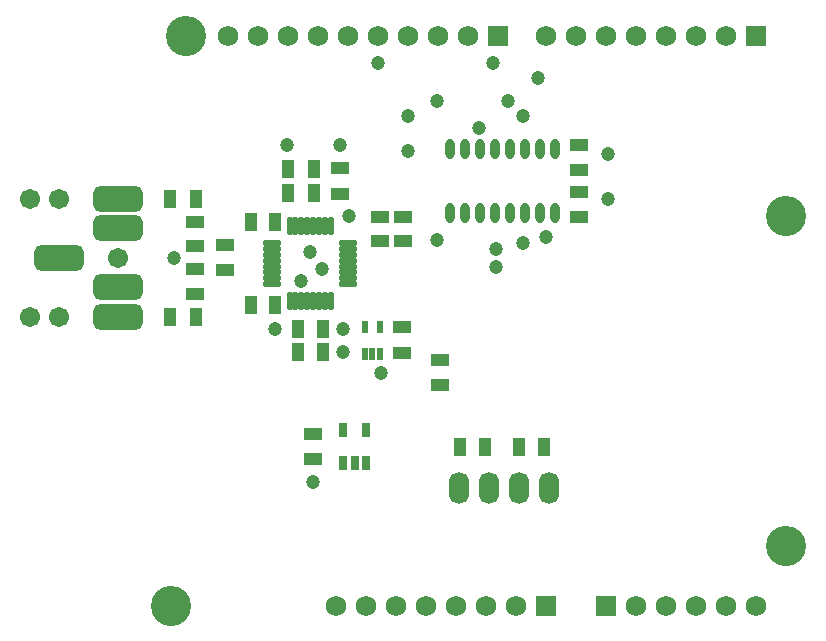
<source format=gts>
%FSLAX25Y25*%
%MOIN*%
G70*
G01*
G75*
G04 Layer_Color=8388736*
%ADD10R,0.05512X0.03543*%
%ADD11R,0.03543X0.05512*%
%ADD12O,0.05512X0.01181*%
%ADD13O,0.01181X0.05512*%
%ADD14O,0.02362X0.05906*%
%ADD15R,0.02362X0.03937*%
%ADD16R,0.01575X0.03347*%
%ADD17R,0.03150X0.05512*%
%ADD18R,0.05512X0.03150*%
%ADD19C,0.01000*%
%ADD20C,0.02000*%
%ADD21C,0.02500*%
%ADD22C,0.03937*%
%ADD23C,0.12598*%
%ADD24R,0.06000X0.06000*%
%ADD25C,0.06000*%
%ADD26O,0.05906X0.09843*%
G04:AMPARAMS|DCode=27|XSize=157.48mil|YSize=78.74mil|CornerRadius=19.69mil|HoleSize=0mil|Usage=FLASHONLY|Rotation=0.000|XOffset=0mil|YOffset=0mil|HoleType=Round|Shape=RoundedRectangle|*
%AMROUNDEDRECTD27*
21,1,0.15748,0.03937,0,0,0.0*
21,1,0.11811,0.07874,0,0,0.0*
1,1,0.03937,0.05906,-0.01969*
1,1,0.03937,-0.05906,-0.01969*
1,1,0.03937,-0.05906,0.01969*
1,1,0.03937,0.05906,0.01969*
%
%ADD27ROUNDEDRECTD27*%
%ADD28C,0.05906*%
%ADD29C,0.04000*%
%ADD30C,0.00984*%
%ADD31C,0.02362*%
%ADD32C,0.01969*%
%ADD33C,0.00787*%
%ADD34C,0.00600*%
%ADD35C,0.00500*%
%ADD36R,0.06312X0.04343*%
%ADD37R,0.04343X0.06312*%
%ADD38O,0.06312X0.01981*%
%ADD39O,0.01981X0.06312*%
%ADD40O,0.03162X0.06706*%
%ADD41R,0.03162X0.04737*%
%ADD42R,0.02375X0.04147*%
%ADD43R,0.03950X0.06312*%
%ADD44R,0.06312X0.03950*%
%ADD45C,0.04737*%
%ADD46C,0.13398*%
%ADD47R,0.06800X0.06800*%
%ADD48C,0.06800*%
%ADD49O,0.06706X0.10642*%
G04:AMPARAMS|DCode=50|XSize=165.48mil|YSize=86.74mil|CornerRadius=23.69mil|HoleSize=0mil|Usage=FLASHONLY|Rotation=0.000|XOffset=0mil|YOffset=0mil|HoleType=Round|Shape=RoundedRectangle|*
%AMROUNDEDRECTD50*
21,1,0.16548,0.03937,0,0,0.0*
21,1,0.11811,0.08674,0,0,0.0*
1,1,0.04737,0.05906,-0.01969*
1,1,0.04737,-0.05906,-0.01969*
1,1,0.04737,-0.05906,0.01969*
1,1,0.04737,0.05906,0.01969*
%
%ADD50ROUNDEDRECTD50*%
%ADD51C,0.06706*%
D36*
X62992Y137992D02*
D03*
Y129724D02*
D03*
Y122244D02*
D03*
Y113976D02*
D03*
X72835Y130118D02*
D03*
Y121850D02*
D03*
X132374Y131405D02*
D03*
Y139673D02*
D03*
X124500Y131405D02*
D03*
Y139673D02*
D03*
X190945Y139567D02*
D03*
Y147835D02*
D03*
Y163583D02*
D03*
Y155315D02*
D03*
X102362Y67126D02*
D03*
Y58858D02*
D03*
X144685Y83465D02*
D03*
Y91732D02*
D03*
D37*
X89764Y137795D02*
D03*
X81496D02*
D03*
Y110236D02*
D03*
X89764D02*
D03*
X97244Y102362D02*
D03*
X105512D02*
D03*
X97244Y94488D02*
D03*
X105512D02*
D03*
X171063Y62992D02*
D03*
X179331D02*
D03*
X151378D02*
D03*
X159646D02*
D03*
D38*
X88779Y130905D02*
D03*
Y128937D02*
D03*
Y126969D02*
D03*
Y125000D02*
D03*
Y123031D02*
D03*
Y121063D02*
D03*
Y119095D02*
D03*
Y117126D02*
D03*
X113976D02*
D03*
Y119095D02*
D03*
Y121063D02*
D03*
Y123031D02*
D03*
Y125000D02*
D03*
Y126969D02*
D03*
Y128937D02*
D03*
Y130905D02*
D03*
D39*
X94488Y111417D02*
D03*
X96457D02*
D03*
X98425D02*
D03*
X100394D02*
D03*
X102362D02*
D03*
X104331D02*
D03*
X106299D02*
D03*
X108268D02*
D03*
Y136614D02*
D03*
X106299D02*
D03*
X104331D02*
D03*
X102362D02*
D03*
X100394D02*
D03*
X98425D02*
D03*
X96457D02*
D03*
X94488D02*
D03*
D40*
X182854Y162205D02*
D03*
X177854D02*
D03*
X172854D02*
D03*
X167854D02*
D03*
X162854D02*
D03*
X157854D02*
D03*
X152854D02*
D03*
X147854D02*
D03*
X182854Y140945D02*
D03*
X177854D02*
D03*
X172854D02*
D03*
X167854D02*
D03*
X162854D02*
D03*
X157854D02*
D03*
X152854D02*
D03*
X147854D02*
D03*
D41*
X112402Y68405D02*
D03*
X119882D02*
D03*
Y57579D02*
D03*
X116142D02*
D03*
X112402D02*
D03*
D42*
X119488Y93996D02*
D03*
X122047D02*
D03*
X124606D02*
D03*
Y102854D02*
D03*
X119488D02*
D03*
D43*
X63386Y145669D02*
D03*
X54724D02*
D03*
X63386Y106299D02*
D03*
X54724D02*
D03*
X102756Y147638D02*
D03*
X94095D02*
D03*
X102756Y155512D02*
D03*
X94095D02*
D03*
D44*
X111221Y147244D02*
D03*
Y155905D02*
D03*
X131890Y94095D02*
D03*
Y102756D02*
D03*
D45*
X56102Y125984D02*
D03*
X125000Y87598D02*
D03*
X157480Y169291D02*
D03*
X200787Y160433D02*
D03*
X114173Y139764D02*
D03*
X177165Y185863D02*
D03*
X162402Y190945D02*
D03*
X124016D02*
D03*
X102362Y51181D02*
D03*
X143701Y178150D02*
D03*
X167323D02*
D03*
X133858Y173228D02*
D03*
X172244D02*
D03*
X180118Y132874D02*
D03*
X163386Y123031D02*
D03*
Y128937D02*
D03*
X172244Y130905D02*
D03*
X89567Y102362D02*
D03*
X133858Y161417D02*
D03*
X200787Y145669D02*
D03*
X143701Y131890D02*
D03*
X112205Y102362D02*
D03*
Y94488D02*
D03*
X98425Y118110D02*
D03*
X105315Y122047D02*
D03*
X111221Y163386D02*
D03*
X93504D02*
D03*
X101378Y127953D02*
D03*
D46*
X260000Y30000D02*
D03*
Y140000D02*
D03*
X55000Y10000D02*
D03*
X60000Y200000D02*
D03*
D47*
X164000D02*
D03*
X180000Y10000D02*
D03*
X250000Y200000D02*
D03*
X200000Y10000D02*
D03*
D48*
X154000Y200000D02*
D03*
X144000D02*
D03*
X134000D02*
D03*
X124000D02*
D03*
X114000D02*
D03*
X104000D02*
D03*
X94000D02*
D03*
X84000D02*
D03*
X74000D02*
D03*
X150000Y10000D02*
D03*
X140000D02*
D03*
X130000D02*
D03*
X120000D02*
D03*
X110000D02*
D03*
X170000D02*
D03*
X160000D02*
D03*
X220000Y200000D02*
D03*
X210000D02*
D03*
X200000D02*
D03*
X190000D02*
D03*
X180000D02*
D03*
X240000D02*
D03*
X230000D02*
D03*
X210000Y10000D02*
D03*
X220000D02*
D03*
X230000D02*
D03*
X240000D02*
D03*
X250000D02*
D03*
D49*
X181102Y49213D02*
D03*
X171102D02*
D03*
X161102D02*
D03*
X151102D02*
D03*
D50*
X37402Y145669D02*
D03*
Y135827D02*
D03*
Y106299D02*
D03*
Y116142D02*
D03*
X17717Y125984D02*
D03*
D51*
X7874Y106299D02*
D03*
X17717D02*
D03*
X7874Y145669D02*
D03*
X17717D02*
D03*
X37402Y125984D02*
D03*
M02*

</source>
